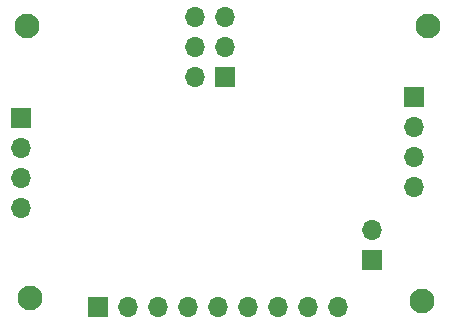
<source format=gbs>
%TF.GenerationSoftware,KiCad,Pcbnew,8.0.8*%
%TF.CreationDate,2025-03-21T07:08:09+05:30*%
%TF.ProjectId,project2_MCU_datalogger,70726f6a-6563-4743-925f-4d43555f6461,1.0*%
%TF.SameCoordinates,Original*%
%TF.FileFunction,Soldermask,Bot*%
%TF.FilePolarity,Negative*%
%FSLAX46Y46*%
G04 Gerber Fmt 4.6, Leading zero omitted, Abs format (unit mm)*
G04 Created by KiCad (PCBNEW 8.0.8) date 2025-03-21 07:08:09*
%MOMM*%
%LPD*%
G01*
G04 APERTURE LIST*
%ADD10R,1.700000X1.700000*%
%ADD11O,1.700000X1.700000*%
%ADD12C,2.100000*%
G04 APERTURE END LIST*
D10*
%TO.C,J3*%
X34300000Y-46000000D03*
D11*
X36840000Y-46000000D03*
X39380000Y-46000000D03*
X41920000Y-46000000D03*
X44460000Y-46000000D03*
X47000000Y-46000000D03*
X49540000Y-46000000D03*
X52080000Y-46000000D03*
X54620000Y-46000000D03*
%TD*%
D10*
%TO.C,J4*%
X45025000Y-26525000D03*
D11*
X42485000Y-26525000D03*
X45025000Y-23985000D03*
X42485000Y-23985000D03*
X45025000Y-21445000D03*
X42485000Y-21445000D03*
%TD*%
D12*
%TO.C,H3*%
X62250000Y-22200000D03*
%TD*%
%TO.C,H2*%
X28500000Y-45200000D03*
%TD*%
D10*
%TO.C,BT1*%
X57500000Y-42025000D03*
D11*
X57500000Y-39485000D03*
%TD*%
D10*
%TO.C,J1*%
X61000000Y-28200000D03*
D11*
X61000000Y-30740000D03*
X61000000Y-33280000D03*
X61000000Y-35820000D03*
%TD*%
D10*
%TO.C,J2*%
X27750000Y-29960000D03*
D11*
X27750000Y-32500000D03*
X27750000Y-35040000D03*
X27750000Y-37580000D03*
%TD*%
D12*
%TO.C,H1*%
X28250000Y-22200000D03*
%TD*%
%TO.C,H4*%
X61750000Y-45450000D03*
%TD*%
M02*

</source>
